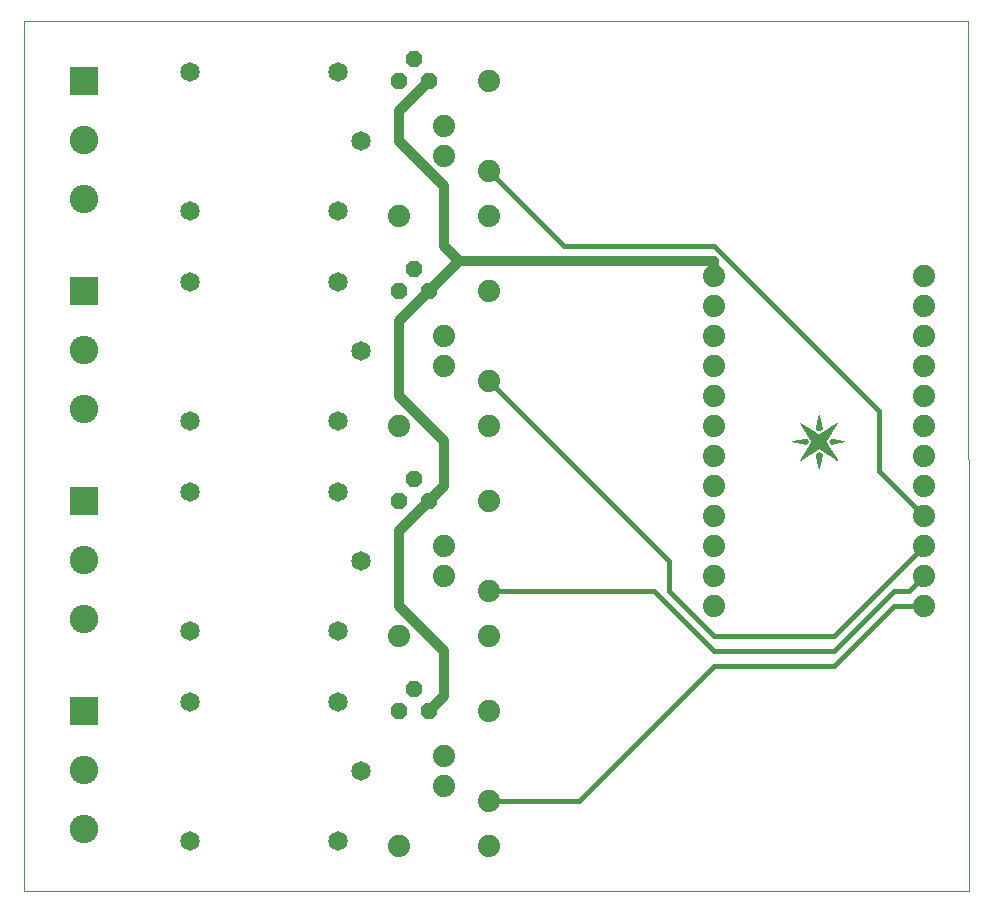
<source format=gtl>
G75*
G70*
%OFA0B0*%
%FSLAX24Y24*%
%IPPOS*%
%LPD*%
%AMOC8*
5,1,8,0,0,1.08239X$1,22.5*
%
%ADD10C,0.0000*%
%ADD11C,0.0740*%
%ADD12C,0.0010*%
%ADD13C,0.0650*%
%ADD14R,0.0950X0.0950*%
%ADD15C,0.0950*%
%ADD16OC8,0.0520*%
%ADD17C,0.0320*%
%ADD18C,0.0160*%
D10*
X000100Y000260D02*
X000100Y029260D01*
X031592Y029260D01*
X031600Y000260D01*
X000100Y000260D01*
D11*
X012600Y001760D03*
X014100Y003760D03*
X014100Y004760D03*
X015600Y003260D03*
X015600Y001760D03*
X015600Y006260D03*
X015600Y008760D03*
X015600Y010260D03*
X014100Y010760D03*
X014100Y011760D03*
X015600Y013260D03*
X015600Y015760D03*
X015600Y017260D03*
X014100Y017760D03*
X014100Y018760D03*
X015600Y020260D03*
X015600Y022760D03*
X015600Y024260D03*
X014100Y024760D03*
X014100Y025760D03*
X015600Y027260D03*
X012600Y022760D03*
X012600Y015760D03*
X012600Y008760D03*
X023100Y009760D03*
X023100Y010760D03*
X023100Y011760D03*
X023100Y012760D03*
X023100Y013760D03*
X023100Y014760D03*
X023100Y015760D03*
X023100Y016760D03*
X023100Y017760D03*
X023100Y018760D03*
X023100Y019760D03*
X023100Y020760D03*
X030100Y020760D03*
X030100Y019760D03*
X030100Y018760D03*
X030100Y017760D03*
X030100Y016760D03*
X030100Y015760D03*
X030100Y014760D03*
X030100Y013760D03*
X030100Y012760D03*
X030100Y011760D03*
X030100Y010760D03*
X030100Y009760D03*
D12*
X026600Y014380D02*
X026700Y014820D01*
X026600Y014890D01*
X026500Y014820D01*
X026600Y014380D01*
X026598Y014387D02*
X026602Y014387D01*
X026604Y014396D02*
X026596Y014396D01*
X026594Y014404D02*
X026606Y014404D01*
X026607Y014413D02*
X026593Y014413D01*
X026591Y014421D02*
X026609Y014421D01*
X026611Y014430D02*
X026589Y014430D01*
X026587Y014438D02*
X026613Y014438D01*
X026615Y014447D02*
X026585Y014447D01*
X026583Y014455D02*
X026617Y014455D01*
X026619Y014464D02*
X026581Y014464D01*
X026579Y014472D02*
X026621Y014472D01*
X026623Y014481D02*
X026577Y014481D01*
X026575Y014489D02*
X026625Y014489D01*
X026627Y014498D02*
X026573Y014498D01*
X026571Y014506D02*
X026629Y014506D01*
X026631Y014515D02*
X026569Y014515D01*
X026567Y014523D02*
X026633Y014523D01*
X026635Y014532D02*
X026565Y014532D01*
X026564Y014540D02*
X026636Y014540D01*
X026638Y014549D02*
X026562Y014549D01*
X026560Y014557D02*
X026640Y014557D01*
X026642Y014566D02*
X026558Y014566D01*
X026556Y014574D02*
X026644Y014574D01*
X026646Y014583D02*
X026554Y014583D01*
X026552Y014591D02*
X026648Y014591D01*
X026650Y014600D02*
X026550Y014600D01*
X026548Y014608D02*
X026652Y014608D01*
X026654Y014617D02*
X026546Y014617D01*
X026544Y014625D02*
X026656Y014625D01*
X026658Y014634D02*
X026542Y014634D01*
X026540Y014642D02*
X026660Y014642D01*
X026662Y014651D02*
X026538Y014651D01*
X026536Y014659D02*
X026664Y014659D01*
X026665Y014668D02*
X026535Y014668D01*
X026533Y014676D02*
X026667Y014676D01*
X026669Y014685D02*
X026531Y014685D01*
X026529Y014693D02*
X026671Y014693D01*
X026673Y014702D02*
X026527Y014702D01*
X026525Y014710D02*
X026675Y014710D01*
X026677Y014719D02*
X026523Y014719D01*
X026521Y014727D02*
X026679Y014727D01*
X026681Y014736D02*
X026519Y014736D01*
X026517Y014744D02*
X026683Y014744D01*
X026685Y014753D02*
X026515Y014753D01*
X026513Y014761D02*
X026687Y014761D01*
X026689Y014770D02*
X026511Y014770D01*
X026509Y014778D02*
X026691Y014778D01*
X026692Y014787D02*
X026508Y014787D01*
X026506Y014795D02*
X026694Y014795D01*
X026696Y014804D02*
X026504Y014804D01*
X026502Y014812D02*
X026698Y014812D01*
X026699Y014821D02*
X026501Y014821D01*
X026513Y014829D02*
X026687Y014829D01*
X026674Y014838D02*
X026526Y014838D01*
X026538Y014846D02*
X026662Y014846D01*
X026650Y014855D02*
X026550Y014855D01*
X026562Y014863D02*
X026638Y014863D01*
X026626Y014872D02*
X026574Y014872D01*
X026586Y014880D02*
X026614Y014880D01*
X026602Y014889D02*
X026598Y014889D01*
X026525Y014991D02*
X026205Y014991D01*
X026210Y014999D02*
X026538Y014999D01*
X026551Y015008D02*
X026216Y015008D01*
X026221Y015016D02*
X026564Y015016D01*
X026577Y015025D02*
X026226Y015025D01*
X026231Y015033D02*
X026590Y015033D01*
X026600Y015040D02*
X027220Y014630D01*
X026820Y015260D01*
X027200Y015870D01*
X026600Y015480D01*
X025990Y015860D01*
X026370Y015260D01*
X025990Y014640D01*
X026600Y015040D01*
X026610Y015033D02*
X026964Y015033D01*
X026969Y015025D02*
X026623Y015025D01*
X026636Y015016D02*
X026975Y015016D01*
X026980Y015008D02*
X026649Y015008D01*
X026661Y014999D02*
X026985Y014999D01*
X026991Y014991D02*
X026674Y014991D01*
X026687Y014982D02*
X026996Y014982D01*
X027002Y014974D02*
X026700Y014974D01*
X026713Y014965D02*
X027007Y014965D01*
X027012Y014957D02*
X026726Y014957D01*
X026738Y014948D02*
X027018Y014948D01*
X027023Y014940D02*
X026751Y014940D01*
X026764Y014931D02*
X027029Y014931D01*
X027034Y014923D02*
X026777Y014923D01*
X026790Y014914D02*
X027039Y014914D01*
X027045Y014906D02*
X026803Y014906D01*
X026816Y014897D02*
X027050Y014897D01*
X027056Y014889D02*
X026828Y014889D01*
X026841Y014880D02*
X027061Y014880D01*
X027066Y014872D02*
X026854Y014872D01*
X026867Y014863D02*
X027072Y014863D01*
X027077Y014855D02*
X026880Y014855D01*
X026893Y014846D02*
X027083Y014846D01*
X027088Y014838D02*
X026906Y014838D01*
X026918Y014829D02*
X027093Y014829D01*
X027099Y014821D02*
X026931Y014821D01*
X026944Y014812D02*
X027104Y014812D01*
X027110Y014804D02*
X026957Y014804D01*
X026970Y014795D02*
X027115Y014795D01*
X027120Y014787D02*
X026983Y014787D01*
X026996Y014778D02*
X027126Y014778D01*
X027131Y014770D02*
X027008Y014770D01*
X027021Y014761D02*
X027137Y014761D01*
X027142Y014753D02*
X027034Y014753D01*
X027047Y014744D02*
X027147Y014744D01*
X027153Y014736D02*
X027060Y014736D01*
X027073Y014727D02*
X027158Y014727D01*
X027164Y014719D02*
X027086Y014719D01*
X027098Y014710D02*
X027169Y014710D01*
X027174Y014702D02*
X027111Y014702D01*
X027124Y014693D02*
X027180Y014693D01*
X027185Y014685D02*
X027137Y014685D01*
X027150Y014676D02*
X027191Y014676D01*
X027196Y014668D02*
X027163Y014668D01*
X027176Y014659D02*
X027201Y014659D01*
X027207Y014651D02*
X027188Y014651D01*
X027201Y014642D02*
X027212Y014642D01*
X027214Y014634D02*
X027218Y014634D01*
X026958Y015042D02*
X026236Y015042D01*
X026242Y015050D02*
X026953Y015050D01*
X026948Y015059D02*
X026247Y015059D01*
X026252Y015067D02*
X026942Y015067D01*
X026937Y015076D02*
X026257Y015076D01*
X026262Y015084D02*
X026931Y015084D01*
X026926Y015093D02*
X026268Y015093D01*
X026273Y015101D02*
X026921Y015101D01*
X026915Y015110D02*
X026278Y015110D01*
X026283Y015118D02*
X026910Y015118D01*
X026904Y015127D02*
X026288Y015127D01*
X026294Y015135D02*
X026899Y015135D01*
X026894Y015144D02*
X026299Y015144D01*
X026304Y015152D02*
X026888Y015152D01*
X026883Y015161D02*
X026309Y015161D01*
X026314Y015169D02*
X026878Y015169D01*
X026872Y015178D02*
X026320Y015178D01*
X026325Y015186D02*
X026867Y015186D01*
X026861Y015195D02*
X026330Y015195D01*
X026335Y015203D02*
X026856Y015203D01*
X026851Y015212D02*
X026341Y015212D01*
X026346Y015220D02*
X026845Y015220D01*
X026840Y015229D02*
X026351Y015229D01*
X026356Y015237D02*
X026834Y015237D01*
X026829Y015246D02*
X026361Y015246D01*
X026367Y015254D02*
X026824Y015254D01*
X026822Y015263D02*
X026368Y015263D01*
X026363Y015271D02*
X026827Y015271D01*
X026832Y015280D02*
X026357Y015280D01*
X026352Y015288D02*
X026838Y015288D01*
X026843Y015297D02*
X026347Y015297D01*
X026341Y015305D02*
X026848Y015305D01*
X026854Y015314D02*
X026336Y015314D01*
X026330Y015322D02*
X026859Y015322D01*
X026864Y015331D02*
X026325Y015331D01*
X026320Y015339D02*
X026869Y015339D01*
X026875Y015348D02*
X026314Y015348D01*
X026309Y015356D02*
X026880Y015356D01*
X026885Y015365D02*
X026304Y015365D01*
X026298Y015373D02*
X026891Y015373D01*
X026896Y015382D02*
X026293Y015382D01*
X026287Y015390D02*
X026901Y015390D01*
X026907Y015399D02*
X026282Y015399D01*
X026277Y015407D02*
X026912Y015407D01*
X026917Y015416D02*
X026271Y015416D01*
X026266Y015424D02*
X026922Y015424D01*
X026928Y015433D02*
X026260Y015433D01*
X026255Y015441D02*
X026933Y015441D01*
X026938Y015450D02*
X026250Y015450D01*
X026244Y015458D02*
X026944Y015458D01*
X026949Y015467D02*
X026239Y015467D01*
X026234Y015475D02*
X026954Y015475D01*
X026960Y015484D02*
X026606Y015484D01*
X026594Y015484D02*
X026228Y015484D01*
X026223Y015492D02*
X026580Y015492D01*
X026566Y015501D02*
X026217Y015501D01*
X026212Y015509D02*
X026553Y015509D01*
X026539Y015518D02*
X026207Y015518D01*
X026201Y015526D02*
X026525Y015526D01*
X026512Y015535D02*
X026196Y015535D01*
X026190Y015543D02*
X026498Y015543D01*
X026485Y015552D02*
X026185Y015552D01*
X026180Y015560D02*
X026471Y015560D01*
X026457Y015569D02*
X026174Y015569D01*
X026169Y015577D02*
X026444Y015577D01*
X026430Y015586D02*
X026164Y015586D01*
X026158Y015594D02*
X026416Y015594D01*
X026403Y015603D02*
X026153Y015603D01*
X026147Y015611D02*
X026389Y015611D01*
X026375Y015620D02*
X026142Y015620D01*
X026137Y015628D02*
X026362Y015628D01*
X026348Y015637D02*
X026131Y015637D01*
X026126Y015645D02*
X026334Y015645D01*
X026321Y015654D02*
X026121Y015654D01*
X026115Y015662D02*
X026307Y015662D01*
X026293Y015671D02*
X026110Y015671D01*
X026104Y015679D02*
X026280Y015679D01*
X026266Y015688D02*
X026099Y015688D01*
X026094Y015696D02*
X026253Y015696D01*
X026239Y015705D02*
X026088Y015705D01*
X026083Y015713D02*
X026225Y015713D01*
X026212Y015722D02*
X026077Y015722D01*
X026072Y015730D02*
X026198Y015730D01*
X026184Y015739D02*
X026067Y015739D01*
X026061Y015747D02*
X026171Y015747D01*
X026157Y015756D02*
X026056Y015756D01*
X026051Y015764D02*
X026143Y015764D01*
X026130Y015773D02*
X026045Y015773D01*
X026040Y015781D02*
X026116Y015781D01*
X026102Y015790D02*
X026034Y015790D01*
X026029Y015798D02*
X026089Y015798D01*
X026075Y015807D02*
X026024Y015807D01*
X026018Y015815D02*
X026062Y015815D01*
X026048Y015824D02*
X026013Y015824D01*
X026007Y015832D02*
X026034Y015832D01*
X026021Y015841D02*
X026002Y015841D01*
X025997Y015849D02*
X026007Y015849D01*
X025993Y015858D02*
X025991Y015858D01*
X026083Y015331D02*
X026193Y015331D01*
X026198Y015322D02*
X026039Y015322D01*
X025996Y015314D02*
X026204Y015314D01*
X026210Y015305D02*
X025952Y015305D01*
X025909Y015297D02*
X026215Y015297D01*
X026221Y015288D02*
X025865Y015288D01*
X025822Y015280D02*
X026227Y015280D01*
X026232Y015271D02*
X025778Y015271D01*
X025792Y015246D02*
X026231Y015246D01*
X026236Y015254D02*
X025748Y015254D01*
X025735Y015263D02*
X026238Y015263D01*
X026240Y015260D02*
X026180Y015350D01*
X025720Y015260D01*
X026180Y015170D01*
X026240Y015260D01*
X026225Y015237D02*
X025835Y015237D01*
X025879Y015229D02*
X026219Y015229D01*
X026214Y015220D02*
X025922Y015220D01*
X025966Y015212D02*
X026208Y015212D01*
X026202Y015203D02*
X026009Y015203D01*
X026053Y015195D02*
X026197Y015195D01*
X026191Y015186D02*
X026096Y015186D01*
X026139Y015178D02*
X026185Y015178D01*
X026187Y015339D02*
X026126Y015339D01*
X026169Y015348D02*
X026181Y015348D01*
X026200Y014982D02*
X026512Y014982D01*
X026499Y014974D02*
X026195Y014974D01*
X026189Y014965D02*
X026486Y014965D01*
X026473Y014957D02*
X026184Y014957D01*
X026179Y014948D02*
X026460Y014948D01*
X026447Y014940D02*
X026174Y014940D01*
X026169Y014931D02*
X026434Y014931D01*
X026421Y014923D02*
X026163Y014923D01*
X026158Y014914D02*
X026408Y014914D01*
X026396Y014906D02*
X026153Y014906D01*
X026148Y014897D02*
X026383Y014897D01*
X026370Y014889D02*
X026143Y014889D01*
X026137Y014880D02*
X026357Y014880D01*
X026344Y014872D02*
X026132Y014872D01*
X026127Y014863D02*
X026331Y014863D01*
X026318Y014855D02*
X026122Y014855D01*
X026117Y014846D02*
X026305Y014846D01*
X026292Y014838D02*
X026111Y014838D01*
X026106Y014829D02*
X026279Y014829D01*
X026266Y014821D02*
X026101Y014821D01*
X026096Y014812D02*
X026253Y014812D01*
X026240Y014804D02*
X026090Y014804D01*
X026085Y014795D02*
X026227Y014795D01*
X026214Y014787D02*
X026080Y014787D01*
X026075Y014778D02*
X026201Y014778D01*
X026188Y014770D02*
X026070Y014770D01*
X026064Y014761D02*
X026175Y014761D01*
X026162Y014753D02*
X026059Y014753D01*
X026054Y014744D02*
X026149Y014744D01*
X026136Y014736D02*
X026049Y014736D01*
X026044Y014727D02*
X026123Y014727D01*
X026110Y014719D02*
X026038Y014719D01*
X026033Y014710D02*
X026097Y014710D01*
X026084Y014702D02*
X026028Y014702D01*
X026023Y014693D02*
X026071Y014693D01*
X026058Y014685D02*
X026018Y014685D01*
X026012Y014676D02*
X026046Y014676D01*
X026033Y014668D02*
X026007Y014668D01*
X026002Y014659D02*
X026020Y014659D01*
X026007Y014651D02*
X025997Y014651D01*
X025994Y014642D02*
X025991Y014642D01*
X026619Y015492D02*
X026965Y015492D01*
X026970Y015501D02*
X026632Y015501D01*
X026645Y015509D02*
X026975Y015509D01*
X026981Y015518D02*
X026658Y015518D01*
X026671Y015526D02*
X026986Y015526D01*
X026991Y015535D02*
X026685Y015535D01*
X026698Y015543D02*
X026997Y015543D01*
X027002Y015552D02*
X026711Y015552D01*
X026724Y015560D02*
X027007Y015560D01*
X027012Y015569D02*
X026737Y015569D01*
X026750Y015577D02*
X027018Y015577D01*
X027023Y015586D02*
X026763Y015586D01*
X026776Y015594D02*
X027028Y015594D01*
X027034Y015603D02*
X026789Y015603D01*
X026802Y015611D02*
X027039Y015611D01*
X027044Y015620D02*
X026815Y015620D01*
X026828Y015628D02*
X027050Y015628D01*
X027055Y015637D02*
X026841Y015637D01*
X026855Y015645D02*
X027060Y015645D01*
X027065Y015654D02*
X026868Y015654D01*
X026881Y015662D02*
X027071Y015662D01*
X027076Y015671D02*
X026894Y015671D01*
X026907Y015679D02*
X027081Y015679D01*
X027087Y015688D02*
X026920Y015688D01*
X026933Y015696D02*
X027092Y015696D01*
X027097Y015705D02*
X026946Y015705D01*
X026959Y015713D02*
X027102Y015713D01*
X027108Y015722D02*
X026972Y015722D01*
X026985Y015730D02*
X027113Y015730D01*
X027118Y015739D02*
X026998Y015739D01*
X027011Y015747D02*
X027124Y015747D01*
X027129Y015756D02*
X027025Y015756D01*
X027038Y015764D02*
X027134Y015764D01*
X027140Y015773D02*
X027051Y015773D01*
X027064Y015781D02*
X027145Y015781D01*
X027150Y015790D02*
X027077Y015790D01*
X027090Y015798D02*
X027155Y015798D01*
X027161Y015807D02*
X027103Y015807D01*
X027116Y015815D02*
X027166Y015815D01*
X027171Y015824D02*
X027129Y015824D01*
X027142Y015832D02*
X027177Y015832D01*
X027182Y015841D02*
X027155Y015841D01*
X027168Y015849D02*
X027187Y015849D01*
X027181Y015858D02*
X027192Y015858D01*
X027195Y015866D02*
X027198Y015866D01*
X026683Y015756D02*
X026517Y015756D01*
X026518Y015764D02*
X026682Y015764D01*
X026680Y015773D02*
X026520Y015773D01*
X026522Y015781D02*
X026678Y015781D01*
X026676Y015790D02*
X026524Y015790D01*
X026526Y015798D02*
X026674Y015798D01*
X026672Y015807D02*
X026528Y015807D01*
X026529Y015815D02*
X026671Y015815D01*
X026669Y015824D02*
X026531Y015824D01*
X026533Y015832D02*
X026667Y015832D01*
X026665Y015841D02*
X026535Y015841D01*
X026537Y015849D02*
X026663Y015849D01*
X026661Y015858D02*
X026539Y015858D01*
X026541Y015866D02*
X026659Y015866D01*
X026658Y015875D02*
X026542Y015875D01*
X026544Y015883D02*
X026656Y015883D01*
X026654Y015892D02*
X026546Y015892D01*
X026548Y015900D02*
X026652Y015900D01*
X026650Y015909D02*
X026550Y015909D01*
X026552Y015917D02*
X026648Y015917D01*
X026647Y015926D02*
X026553Y015926D01*
X026555Y015934D02*
X026645Y015934D01*
X026643Y015943D02*
X026557Y015943D01*
X026559Y015951D02*
X026641Y015951D01*
X026639Y015960D02*
X026561Y015960D01*
X026563Y015968D02*
X026637Y015968D01*
X026635Y015977D02*
X026565Y015977D01*
X026566Y015985D02*
X026634Y015985D01*
X026632Y015994D02*
X026568Y015994D01*
X026570Y016002D02*
X026630Y016002D01*
X026628Y016011D02*
X026572Y016011D01*
X026574Y016019D02*
X026626Y016019D01*
X026624Y016028D02*
X026576Y016028D01*
X026577Y016036D02*
X026623Y016036D01*
X026621Y016045D02*
X026579Y016045D01*
X026581Y016053D02*
X026619Y016053D01*
X026617Y016062D02*
X026583Y016062D01*
X026585Y016070D02*
X026615Y016070D01*
X026613Y016079D02*
X026587Y016079D01*
X026589Y016087D02*
X026611Y016087D01*
X026610Y016096D02*
X026590Y016096D01*
X026592Y016104D02*
X026608Y016104D01*
X026606Y016113D02*
X026594Y016113D01*
X026596Y016121D02*
X026604Y016121D01*
X026602Y016130D02*
X026598Y016130D01*
X026600Y016138D02*
X026600Y016138D01*
X026600Y016140D02*
X026700Y015680D01*
X026600Y015620D01*
X026500Y015680D01*
X026600Y016140D01*
X026515Y015747D02*
X026685Y015747D01*
X026687Y015739D02*
X026513Y015739D01*
X026511Y015730D02*
X026689Y015730D01*
X026691Y015722D02*
X026509Y015722D01*
X026507Y015713D02*
X026693Y015713D01*
X026695Y015705D02*
X026505Y015705D01*
X026504Y015696D02*
X026696Y015696D01*
X026698Y015688D02*
X026502Y015688D01*
X026501Y015679D02*
X026699Y015679D01*
X026685Y015671D02*
X026515Y015671D01*
X026529Y015662D02*
X026671Y015662D01*
X026657Y015654D02*
X026543Y015654D01*
X026558Y015645D02*
X026642Y015645D01*
X026628Y015637D02*
X026572Y015637D01*
X026586Y015628D02*
X026614Y015628D01*
X027020Y015350D02*
X027460Y015260D01*
X027020Y015170D01*
X026960Y015260D01*
X027020Y015350D01*
X027019Y015348D02*
X027030Y015348D01*
X027013Y015339D02*
X027072Y015339D01*
X027113Y015331D02*
X027007Y015331D01*
X027002Y015322D02*
X027155Y015322D01*
X027196Y015314D02*
X026996Y015314D01*
X026990Y015305D02*
X027238Y015305D01*
X027279Y015297D02*
X026985Y015297D01*
X026979Y015288D02*
X027321Y015288D01*
X027363Y015280D02*
X026973Y015280D01*
X026968Y015271D02*
X027404Y015271D01*
X027391Y015246D02*
X026969Y015246D01*
X026964Y015254D02*
X027433Y015254D01*
X027446Y015263D02*
X026962Y015263D01*
X026975Y015237D02*
X027350Y015237D01*
X027308Y015229D02*
X026981Y015229D01*
X026986Y015220D02*
X027267Y015220D01*
X027225Y015212D02*
X026992Y015212D01*
X026998Y015203D02*
X027183Y015203D01*
X027142Y015195D02*
X027003Y015195D01*
X027009Y015186D02*
X027100Y015186D01*
X027059Y015178D02*
X027015Y015178D01*
D13*
X011338Y018260D03*
X010570Y015947D03*
X010570Y013573D03*
X011338Y011260D03*
X010570Y008947D03*
X010570Y006573D03*
X011338Y004260D03*
X010570Y001947D03*
X005630Y001947D03*
X005630Y006573D03*
X005630Y008947D03*
X005630Y013573D03*
X005630Y015947D03*
X005630Y020573D03*
X005630Y022947D03*
X005630Y027573D03*
X010570Y027573D03*
X011338Y025260D03*
X010570Y022947D03*
X010570Y020573D03*
D14*
X002100Y020260D03*
X002100Y013260D03*
X002100Y006260D03*
X002100Y027260D03*
D15*
X002100Y025291D03*
X002100Y023323D03*
X002100Y018291D03*
X002100Y016323D03*
X002100Y011291D03*
X002100Y009323D03*
X002100Y004291D03*
X002100Y002323D03*
D16*
X012600Y006260D03*
X013100Y007010D03*
X013600Y006260D03*
X013600Y013260D03*
X013100Y014010D03*
X012600Y013260D03*
X012600Y020260D03*
X013100Y021010D03*
X013600Y020260D03*
X013600Y027260D03*
X013100Y028010D03*
X012600Y027260D03*
D17*
X013600Y027260D02*
X012600Y026260D01*
X012600Y025260D01*
X014100Y023760D01*
X014100Y021760D01*
X014600Y021260D01*
X013600Y020260D01*
X012600Y019260D01*
X012600Y016760D01*
X014100Y015260D01*
X014100Y013760D01*
X013600Y013260D01*
X012600Y012260D01*
X012600Y009760D01*
X014100Y008260D01*
X014100Y006760D01*
X013600Y006260D01*
X023100Y020760D02*
X023100Y021260D01*
X014600Y021260D01*
D18*
X015600Y024260D02*
X018100Y021760D01*
X023100Y021760D01*
X028600Y016260D01*
X028600Y014260D01*
X030100Y012760D01*
X030100Y011760D02*
X027100Y008760D01*
X023100Y008760D01*
X021600Y010260D01*
X021600Y011260D01*
X015600Y017260D01*
X015600Y010260D02*
X021100Y010260D01*
X023100Y008260D01*
X027100Y008260D01*
X029100Y010260D01*
X029600Y010260D01*
X030100Y010760D01*
X030100Y009760D02*
X029100Y009760D01*
X027100Y007760D01*
X023100Y007760D01*
X018600Y003260D01*
X015600Y003260D01*
M02*

</source>
